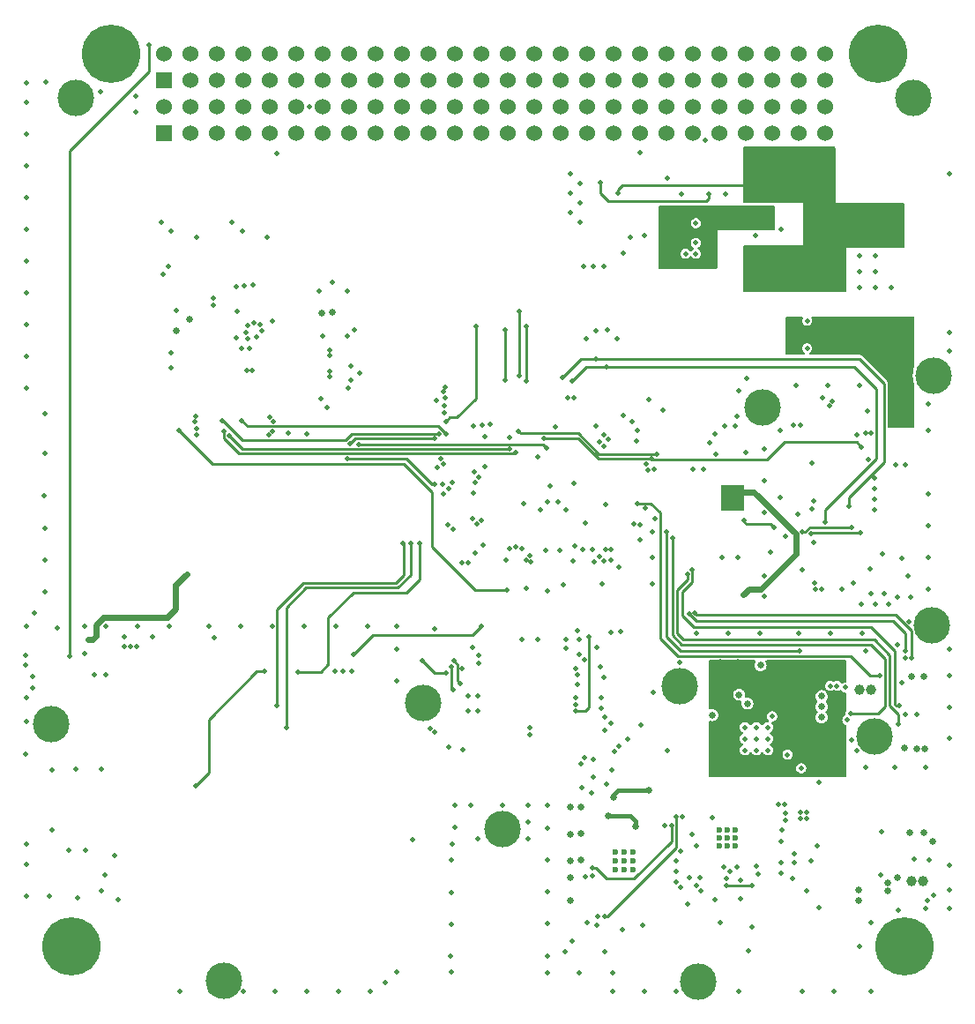
<source format=gbr>
%TF.GenerationSoftware,KiCad,Pcbnew,7.0.5*%
%TF.CreationDate,2024-04-22T16:47:12+03:00*%
%TF.ProjectId,satnogs-comms,7361746e-6f67-4732-9d63-6f6d6d732e6b,rev?*%
%TF.SameCoordinates,PX4eb9cf0PY82ce540*%
%TF.FileFunction,Copper,L3,Inr*%
%TF.FilePolarity,Positive*%
%FSLAX46Y46*%
G04 Gerber Fmt 4.6, Leading zero omitted, Abs format (unit mm)*
G04 Created by KiCad (PCBNEW 7.0.5) date 2024-04-22 16:47:12*
%MOMM*%
%LPD*%
G01*
G04 APERTURE LIST*
%TA.AperFunction,ComponentPad*%
%ADD10R,1.524000X1.524000*%
%TD*%
%TA.AperFunction,ComponentPad*%
%ADD11C,1.524000*%
%TD*%
%TA.AperFunction,ComponentPad*%
%ADD12C,5.600000*%
%TD*%
%TA.AperFunction,HeatsinkPad*%
%ADD13C,0.500000*%
%TD*%
%TA.AperFunction,ComponentPad*%
%ADD14C,0.500000*%
%TD*%
%TA.AperFunction,ComponentPad*%
%ADD15C,0.600000*%
%TD*%
%TA.AperFunction,ComponentPad*%
%ADD16C,3.500000*%
%TD*%
%TA.AperFunction,ComponentPad*%
%ADD17C,1.000000*%
%TD*%
%TA.AperFunction,ViaPad*%
%ADD18C,0.460000*%
%TD*%
%TA.AperFunction,ViaPad*%
%ADD19C,0.660000*%
%TD*%
%TA.AperFunction,Conductor*%
%ADD20C,0.600000*%
%TD*%
%TA.AperFunction,Conductor*%
%ADD21C,0.250000*%
%TD*%
%TA.AperFunction,Conductor*%
%ADD22C,0.450000*%
%TD*%
G04 APERTURE END LIST*
D10*
%TO.N,/CAN_A-*%
%TO.C,J102*%
X13970000Y83185000D03*
D11*
%TO.N,unconnected-(J102-Pin_2-Pad2)*%
X13970000Y85725000D03*
%TO.N,/CAN_A+*%
X16510000Y83185000D03*
%TO.N,unconnected-(J102-Pin_4-Pad4)*%
X16510000Y85725000D03*
%TO.N,unconnected-(J102-Pin_5-Pad5)*%
X19050000Y83185000D03*
%TO.N,unconnected-(J102-Pin_6-Pad6)*%
X19050000Y85725000D03*
%TO.N,unconnected-(J102-Pin_7-Pad7)*%
X21590000Y83185000D03*
%TO.N,unconnected-(J102-Pin_8-Pad8)*%
X21590000Y85725000D03*
%TO.N,unconnected-(J102-Pin_9-Pad9)*%
X24130000Y83185000D03*
%TO.N,unconnected-(J102-Pin_10-Pad10)*%
X24130000Y85725000D03*
%TO.N,unconnected-(J102-Pin_11-Pad11)*%
X26670000Y83185000D03*
%TO.N,unconnected-(J102-Pin_12-Pad12)*%
X26670000Y85725000D03*
%TO.N,unconnected-(J102-Pin_13-Pad13)*%
X29210000Y83185000D03*
%TO.N,unconnected-(J102-Pin_14-Pad14)*%
X29210000Y85725000D03*
%TO.N,unconnected-(J102-Pin_15-Pad15)*%
X31750000Y83185000D03*
%TO.N,unconnected-(J102-Pin_16-Pad16)*%
X31750000Y85725000D03*
%TO.N,unconnected-(J102-Pin_17-Pad17)*%
X34290000Y83185000D03*
%TO.N,unconnected-(J102-Pin_18-Pad18)*%
X34290000Y85725000D03*
%TO.N,unconnected-(J102-Pin_19-Pad19)*%
X36830000Y83185000D03*
%TO.N,unconnected-(J102-Pin_20-Pad20)*%
X36830000Y85725000D03*
%TO.N,unconnected-(J102-Pin_21-Pad21)*%
X39370000Y83185000D03*
%TO.N,unconnected-(J102-Pin_22-Pad22)*%
X39370000Y85725000D03*
%TO.N,unconnected-(J102-Pin_23-Pad23)*%
X41910000Y83185000D03*
%TO.N,unconnected-(J102-Pin_24-Pad24)*%
X41910000Y85725000D03*
%TO.N,unconnected-(J102-Pin_25-Pad25)*%
X44450000Y83185000D03*
%TO.N,unconnected-(J102-Pin_26-Pad26)*%
X44450000Y85725000D03*
%TO.N,unconnected-(J102-Pin_27-Pad27)*%
X46990000Y83185000D03*
%TO.N,unconnected-(J102-Pin_28-Pad28)*%
X46990000Y85725000D03*
%TO.N,unconnected-(J102-Pin_29-Pad29)*%
X49530000Y83185000D03*
%TO.N,unconnected-(J102-Pin_30-Pad30)*%
X49530000Y85725000D03*
%TO.N,unconnected-(J102-Pin_31-Pad31)*%
X52070000Y83185000D03*
%TO.N,unconnected-(J102-Pin_32-Pad32)*%
X52070000Y85725000D03*
%TO.N,unconnected-(J102-Pin_33-Pad33)*%
X54610000Y83185000D03*
%TO.N,unconnected-(J102-Pin_34-Pad34)*%
X54610000Y85725000D03*
%TO.N,unconnected-(J102-Pin_35-Pad35)*%
X57150000Y83185000D03*
%TO.N,unconnected-(J102-Pin_36-Pad36)*%
X57150000Y85725000D03*
%TO.N,unconnected-(J102-Pin_37-Pad37)*%
X59690000Y83185000D03*
%TO.N,unconnected-(J102-Pin_38-Pad38)*%
X59690000Y85725000D03*
%TO.N,unconnected-(J102-Pin_39-Pad39)*%
X62230000Y83185000D03*
%TO.N,unconnected-(J102-Pin_40-Pad40)*%
X62230000Y85725000D03*
%TO.N,/BUS_SDA*%
X64770000Y83185000D03*
%TO.N,unconnected-(J102-Pin_42-Pad42)*%
X64770000Y85725000D03*
%TO.N,/BUS_SCL*%
X67310000Y83185000D03*
%TO.N,unconnected-(J102-Pin_44-Pad44)*%
X67310000Y85725000D03*
%TO.N,unconnected-(J102-Pin_45-Pad45)*%
X69850000Y83185000D03*
%TO.N,unconnected-(J102-Pin_46-Pad46)*%
X69850000Y85725000D03*
%TO.N,unconnected-(J102-Pin_47-Pad47)*%
X72390000Y83185000D03*
%TO.N,unconnected-(J102-Pin_48-Pad48)*%
X72390000Y85725000D03*
%TO.N,unconnected-(J102-Pin_49-Pad49)*%
X74930000Y83185000D03*
%TO.N,unconnected-(J102-Pin_50-Pad50)*%
X74930000Y85725000D03*
%TO.N,unconnected-(J102-Pin_51-Pad51)*%
X77470000Y83185000D03*
%TO.N,unconnected-(J102-Pin_52-Pad52)*%
X77470000Y85725000D03*
%TD*%
D10*
%TO.N,/CAN_B-*%
%TO.C,J103*%
X13970000Y88265000D03*
D11*
%TO.N,unconnected-(J103-Pin_2-Pad2)*%
X13970000Y90805000D03*
%TO.N,/CAN_B+*%
X16510000Y88265000D03*
%TO.N,unconnected-(J103-Pin_4-Pad4)*%
X16510000Y90805000D03*
%TO.N,unconnected-(J103-Pin_5-Pad5)*%
X19050000Y88265000D03*
%TO.N,unconnected-(J103-Pin_6-Pad6)*%
X19050000Y90805000D03*
%TO.N,JTMS-SWDIO*%
X21590000Y88265000D03*
%TO.N,JTCK-SWCLK*%
X21590000Y90805000D03*
%TO.N,MCU_NRSTD*%
X24130000Y88265000D03*
%TO.N,3V3_D*%
X24130000Y90805000D03*
%TO.N,unconnected-(J103-Pin_11-Pad11)*%
X26670000Y88265000D03*
%TO.N,unconnected-(J103-Pin_12-Pad12)*%
X26670000Y90805000D03*
%TO.N,unconnected-(J103-Pin_13-Pad13)*%
X29210000Y88265000D03*
%TO.N,unconnected-(J103-Pin_14-Pad14)*%
X29210000Y90805000D03*
%TO.N,unconnected-(J103-Pin_15-Pad15)*%
X31750000Y88265000D03*
%TO.N,unconnected-(J103-Pin_16-Pad16)*%
X31750000Y90805000D03*
%TO.N,unconnected-(J103-Pin_17-Pad17)*%
X34290000Y88265000D03*
%TO.N,unconnected-(J103-Pin_18-Pad18)*%
X34290000Y90805000D03*
%TO.N,unconnected-(J103-Pin_19-Pad19)*%
X36830000Y88265000D03*
%TO.N,unconnected-(J103-Pin_20-Pad20)*%
X36830000Y90805000D03*
%TO.N,UART_RX*%
X39370000Y88265000D03*
%TO.N,UART_TX*%
X39370000Y90805000D03*
%TO.N,unconnected-(J103-Pin_23-Pad23)*%
X41910000Y88265000D03*
%TO.N,unconnected-(J103-Pin_24-Pad24)*%
X41910000Y90805000D03*
%TO.N,unconnected-(J103-Pin_25-Pad25)*%
X44450000Y88265000D03*
%TO.N,unconnected-(J103-Pin_26-Pad26)*%
X44450000Y90805000D03*
%TO.N,unconnected-(J103-Pin_27-Pad27)*%
X46990000Y88265000D03*
%TO.N,unconnected-(J103-Pin_28-Pad28)*%
X46990000Y90805000D03*
%TO.N,GND*%
X49530000Y88265000D03*
X49530000Y90805000D03*
%TO.N,unconnected-(J103-Pin_31-Pad31)*%
X52070000Y88265000D03*
%TO.N,GND*%
X52070000Y90805000D03*
%TO.N,unconnected-(J103-Pin_33-Pad33)*%
X54610000Y88265000D03*
%TO.N,unconnected-(J103-Pin_34-Pad34)*%
X54610000Y90805000D03*
%TO.N,unconnected-(J103-Pin_35-Pad35)*%
X57150000Y88265000D03*
%TO.N,unconnected-(J103-Pin_36-Pad36)*%
X57150000Y90805000D03*
%TO.N,GNSS_PPS*%
X59690000Y88265000D03*
%TO.N,unconnected-(J103-Pin_38-Pad38)*%
X59690000Y90805000D03*
%TO.N,unconnected-(J103-Pin_39-Pad39)*%
X62230000Y88265000D03*
%TO.N,unconnected-(J103-Pin_40-Pad40)*%
X62230000Y90805000D03*
%TO.N,unconnected-(J103-Pin_41-Pad41)*%
X64770000Y88265000D03*
%TO.N,unconnected-(J103-Pin_42-Pad42)*%
X64770000Y90805000D03*
%TO.N,unconnected-(J103-Pin_43-Pad43)*%
X67310000Y88265000D03*
%TO.N,unconnected-(J103-Pin_44-Pad44)*%
X67310000Y90805000D03*
%TO.N,unconnected-(J103-Pin_45-Pad45)*%
X69850000Y88265000D03*
%TO.N,unconnected-(J103-Pin_46-Pad46)*%
X69850000Y90805000D03*
%TO.N,unconnected-(J103-Pin_47-Pad47)*%
X72390000Y88265000D03*
%TO.N,unconnected-(J103-Pin_48-Pad48)*%
X72390000Y90805000D03*
%TO.N,unconnected-(J103-Pin_49-Pad49)*%
X74930000Y88265000D03*
%TO.N,unconnected-(J103-Pin_50-Pad50)*%
X74930000Y90805000D03*
%TO.N,unconnected-(J103-Pin_51-Pad51)*%
X77470000Y88265000D03*
%TO.N,unconnected-(J103-Pin_52-Pad52)*%
X77470000Y90805000D03*
%TD*%
D12*
%TO.N,AC_GND_1*%
%TO.C,H112*%
X82550000Y90805000D03*
%TD*%
%TO.N,unconnected-(H113-Pad1)*%
%TO.C,H113*%
X85090000Y5080000D03*
%TD*%
%TO.N,AC_GND_2*%
%TO.C,H114*%
X5080000Y5080000D03*
%TD*%
%TO.N,unconnected-(H111-Pad1)*%
%TO.C,H111*%
X8890000Y90805000D03*
%TD*%
D13*
%TO.N,GND*%
%TO.C,U1018*%
X75687600Y17390700D03*
X75687600Y17940700D03*
X75137600Y17390700D03*
X75137600Y17940700D03*
%TD*%
D14*
%TO.N,GND*%
%TO.C,U1006*%
X69784700Y26127700D03*
X69784700Y25027700D03*
X69784700Y23927700D03*
X70884700Y26127700D03*
X70884700Y25027700D03*
X70884700Y23927700D03*
X71984700Y26127700D03*
X71984700Y25027700D03*
X71984700Y23927700D03*
%TD*%
D15*
%TO.N,GND*%
%TO.C,U1002*%
X57299800Y12488500D03*
X58149800Y12488500D03*
X58999800Y12488500D03*
X57299800Y13338500D03*
X58149800Y13338500D03*
X58999800Y13338500D03*
X57299800Y14188500D03*
X58149800Y14188500D03*
X58999800Y14188500D03*
%TD*%
%TO.N,GND*%
%TO.C,U1001*%
X67296600Y16244000D03*
X67296600Y15494000D03*
X67296600Y14744000D03*
X68046600Y16244000D03*
X68046600Y15494000D03*
X68046600Y14744000D03*
X68796600Y16244000D03*
X68796600Y15494000D03*
X68796600Y14744000D03*
%TD*%
D16*
%TO.N,GND*%
%TO.C,J104*%
X87884000Y59880000D03*
X87757000Y35877000D03*
X85953000Y86512000D03*
X82245000Y25222000D03*
X71437000Y56832000D03*
X65250000Y1730000D03*
X63500000Y30099000D03*
X46482000Y16383000D03*
X38862000Y28448000D03*
X19750000Y1750000D03*
X5486000Y86512000D03*
X3175000Y26416000D03*
%TD*%
D14*
%TO.N,GND*%
%TO.C,U508*%
X86300400Y27355800D03*
X85200400Y27355800D03*
%TD*%
D17*
%TO.N,GND*%
%TO.C,U1017*%
X85804200Y11377600D03*
X86871000Y11377600D03*
%TD*%
%TO.N,GND*%
%TO.C,U1016*%
X80797600Y29710100D03*
X81864400Y29710100D03*
%TD*%
D18*
%TO.N,3V3_D*%
X69200000Y47410000D03*
%TO.N,GNSS_PPS*%
X4900000Y32935000D03*
%TO.N,GND*%
X21450000Y62510000D03*
%TO.N,Net-(Q401-D)*%
X20925000Y63485000D03*
%TO.N,GND*%
X685800Y32131000D03*
X1346200Y29895800D03*
X56210200Y70358000D03*
X75184000Y22199600D03*
D19*
X85090000Y24139400D03*
D18*
X10795000Y33883600D03*
X76708000Y14706600D03*
X73253600Y15163800D03*
X73250000Y12085000D03*
D19*
X77130000Y28110000D03*
X71260000Y32061900D03*
X77140000Y29100000D03*
D18*
X73858700Y23499100D03*
D19*
X87833200Y15147220D03*
X86944200Y15985420D03*
D18*
X55194200Y23063200D03*
X55192080Y21384680D03*
X54051200Y22606000D03*
X54146200Y20334600D03*
X49130000Y26060000D03*
X55905400Y31902400D03*
X56007000Y28956000D03*
X43180000Y27711400D03*
X43167300Y29108400D03*
X48360900Y34542973D03*
X56259990Y30910000D03*
X52552600Y34544000D03*
X49130000Y25440000D03*
X53695600Y31208600D03*
X52552600Y33680400D03*
X59944000Y7112000D03*
D19*
X52969300Y13332600D03*
X53035200Y15862300D03*
X53009800Y9474200D03*
X54030880Y15951200D03*
D18*
X76873100Y20828000D03*
X77978000Y30099000D03*
X78613000Y30099000D03*
X79451200Y29946600D03*
X63576200Y10744200D03*
X69845500Y52478619D03*
X81661000Y51866800D03*
X84277200Y51308000D03*
X85166200Y51308000D03*
X82245200Y50038000D03*
X82245200Y48006000D03*
X82245200Y49022000D03*
X82230000Y47010000D03*
X76200000Y51498500D03*
X33800000Y750000D03*
X87122000Y22250400D03*
X27432000Y35814000D03*
X6324600Y33172400D03*
X36322000Y35814000D03*
X65805400Y50893200D03*
X71196200Y35128200D03*
X73253600Y13106400D03*
X76200000Y47117000D03*
X74498200Y13970000D03*
X18750000Y67310000D03*
X23350000Y64160000D03*
X78350000Y750000D03*
X27940000Y85725000D03*
D19*
X77127100Y27089100D03*
D18*
X15500000Y750000D03*
X5486400Y22072600D03*
X85168546Y32742946D03*
X69200000Y800000D03*
X30750000Y750000D03*
X69951600Y59613800D03*
X52298600Y39827200D03*
X63150000Y800000D03*
X71628000Y40640000D03*
X41900000Y16500000D03*
X63195200Y13271500D03*
X18500000Y750000D03*
X81850000Y7400000D03*
X31160000Y31525000D03*
D19*
X69215200Y29260800D03*
D18*
X41000000Y57785000D03*
X81525000Y56475000D03*
X42614014Y31719536D03*
X29600000Y56785000D03*
X736600Y35814000D03*
X60100000Y800000D03*
X57674581Y24342019D03*
X21600000Y750000D03*
X89433400Y33604200D03*
X65963800Y82448400D03*
X7975600Y10464800D03*
X87858600Y10016420D03*
X73152000Y54610000D03*
X56870600Y26492200D03*
X50800000Y16400000D03*
X50800000Y10300000D03*
X7950200Y22072600D03*
X80500000Y54225000D03*
X14651000Y62037800D03*
X48793400Y39433300D03*
X51079400Y49301400D03*
X48900000Y15400000D03*
X1524000Y37084000D03*
X2534603Y45237400D03*
X81381600Y22250400D03*
X27700000Y750000D03*
X56942303Y22034790D03*
X762000Y67818000D03*
X84500000Y8600000D03*
X56870600Y42189400D03*
X39950000Y35550000D03*
X80772000Y58928000D03*
X22475000Y60410000D03*
X47726600Y43484800D03*
X7874000Y87122000D03*
X756603Y80010000D03*
X60096400Y73329800D03*
X56498334Y20677623D03*
X750000Y14950000D03*
X21875000Y64010000D03*
X72948800Y18694400D03*
X68800000Y55045500D03*
X2514600Y56210200D03*
X30145000Y68808600D03*
X55219600Y70332600D03*
X76403200Y43840400D03*
X80772000Y71374000D03*
D19*
X69989900Y28409900D03*
D18*
X800000Y9900000D03*
X74396600Y55118000D03*
X56413400Y47498000D03*
X41550000Y2650000D03*
X31623000Y67956000D03*
X762000Y83032600D03*
X57050000Y800000D03*
X70840600Y12801600D03*
X71628000Y38684200D03*
X11252200Y85191600D03*
X68148200Y35128200D03*
X41550000Y7200000D03*
X53850000Y2550000D03*
X50800000Y4200000D03*
X11430000Y35814000D03*
X41550000Y10250000D03*
X77724000Y58928000D03*
X50800000Y7250000D03*
X24790400Y81229200D03*
X89408000Y62230000D03*
X80772000Y68326000D03*
X44526200Y55143400D03*
X762000Y86080600D03*
X53289200Y42113200D03*
X87376000Y45466000D03*
X63779400Y17576800D03*
X80772000Y69850000D03*
X57050000Y2550000D03*
X87376000Y54610000D03*
X63500000Y32385000D03*
X89400000Y8750000D03*
X2950000Y9950000D03*
X21700000Y68498000D03*
X74676000Y58928000D03*
X47200000Y53935000D03*
X2641600Y88036400D03*
X762000Y73914000D03*
X43450000Y18600000D03*
X44224100Y33070800D03*
X63195200Y12255500D03*
D19*
X80721200Y10490200D03*
D18*
X41900000Y18600000D03*
X63576200Y14198600D03*
X24384000Y35814000D03*
X35200000Y1650000D03*
X44100000Y15400000D03*
X2463800Y48387000D03*
X79603600Y26822400D03*
X11252200Y86741000D03*
X61061600Y50901600D03*
X18288000Y35814000D03*
X72212200Y42951400D03*
X73691288Y44418712D03*
X22550000Y68585000D03*
X28879800Y67970400D03*
X62280800Y23926800D03*
X41650000Y14950000D03*
X48550000Y47560000D03*
X64058800Y71577200D03*
X53695600Y35382200D03*
X65100200Y35128200D03*
X64465200Y11684000D03*
X87100000Y8700000D03*
X6477000Y14312250D03*
X70425000Y6950000D03*
X82905600Y16078200D03*
X5650000Y9750000D03*
X52552600Y46990000D03*
X29050000Y57660000D03*
X36322000Y30607000D03*
X40767000Y49453800D03*
X83007200Y42748200D03*
X48900000Y17000000D03*
X70810000Y73340000D03*
X36350000Y2650000D03*
X756603Y64795400D03*
X89400000Y12850000D03*
X50800000Y18600000D03*
X89408000Y64008000D03*
X54406800Y45745400D03*
X2534603Y42189400D03*
X22050000Y64710000D03*
X55473600Y55016400D03*
X66929000Y9601200D03*
X89408000Y79248000D03*
X18725000Y66660000D03*
X4851400Y14312250D03*
X74876353Y46536353D03*
X40800000Y58335000D03*
X69011800Y12700000D03*
X14651000Y60615400D03*
X44485624Y45951300D03*
X33528000Y35814000D03*
X14422400Y70343600D03*
X9601200Y9550400D03*
D19*
X66624200Y27305000D03*
D18*
X1346200Y31038800D03*
X89396835Y25044400D03*
X762000Y70866000D03*
X58013600Y6680200D03*
X13889000Y69607000D03*
X17094200Y73126600D03*
X40150000Y57460000D03*
X762000Y87960200D03*
X67868800Y77292200D03*
X65049400Y74523600D03*
X87376000Y48514000D03*
X76510300Y39370000D03*
X80750000Y5100000D03*
D19*
X85623400Y15985420D03*
D18*
X43865800Y42849800D03*
X70075000Y4625000D03*
X762000Y28956000D03*
X58064400Y71653400D03*
X3225800Y16281400D03*
X82296000Y69850000D03*
X23845800Y73126600D03*
X20925000Y68410000D03*
X59410600Y54584600D03*
X40200000Y51025900D03*
X21336000Y35814000D03*
X3708400Y35671760D03*
X40900000Y56310000D03*
X55626000Y8001000D03*
X56896000Y35272951D03*
X8382000Y35814000D03*
X62103000Y16687800D03*
X3251200Y22047200D03*
X36322000Y33655000D03*
X65561710Y10418047D03*
X51790600Y47752000D03*
X75742800Y62509400D03*
X41000000Y58810000D03*
X61899800Y56591200D03*
X63195200Y11239500D03*
X62306200Y78867000D03*
X71628000Y49784000D03*
X72390000Y27178000D03*
X32232600Y64312800D03*
X736600Y26720800D03*
X22875000Y63635000D03*
X53314600Y49507300D03*
X87376000Y42418000D03*
X50800000Y13350000D03*
X762000Y76962000D03*
X89408000Y28067000D03*
X71628000Y52832000D03*
X59757381Y26381781D03*
X6350000Y35814000D03*
X55803800Y53517800D03*
X41224200Y45593000D03*
X32000000Y31505000D03*
X87376000Y39370000D03*
X54254400Y70358000D03*
X48900000Y18600000D03*
X750000Y12950000D03*
X83820000Y68326000D03*
X18830000Y34730000D03*
X87376000Y57150000D03*
X65049400Y71577200D03*
X76123800Y13335000D03*
X81355497Y33443051D03*
X41550000Y13350000D03*
X82296000Y68326000D03*
X77952600Y35128200D03*
X762000Y58674000D03*
X60528200Y57607200D03*
X24650000Y750000D03*
X84124800Y22250400D03*
X2540000Y39116000D03*
X44775000Y54060000D03*
X87299800Y9508420D03*
X49875000Y52085000D03*
X2514600Y52451000D03*
X9194800Y13792200D03*
X74904600Y35128200D03*
X66364900Y53469400D03*
X52019200Y43103800D03*
X84810600Y30378400D03*
X44602400Y43611800D03*
X60988100Y29438600D03*
D19*
X15133600Y64222200D03*
D18*
X21892500Y60410000D03*
X55825130Y42549547D03*
X8305800Y11938000D03*
X40875000Y56960000D03*
X81000600Y35128200D03*
X81900000Y800000D03*
X15133600Y66152600D03*
X75692000Y10439400D03*
X41500000Y4150000D03*
D19*
X84404200Y11667420D03*
D18*
X30480000Y35814000D03*
X55559900Y7162800D03*
X756603Y61747400D03*
X46500000Y18600000D03*
X57658000Y41478200D03*
X89400000Y10550000D03*
X52527200Y4546600D03*
X59715400Y81330800D03*
X44750000Y51185000D03*
X59690000Y45578500D03*
X77875000Y56950000D03*
X14478000Y35814000D03*
X22625000Y64935000D03*
X85547200Y36271200D03*
D19*
X16400000Y65261800D03*
D18*
X75300000Y750000D03*
X82296000Y71374000D03*
X69354700Y9639300D03*
X71628000Y46736000D03*
X56212900Y54229000D03*
X30400000Y31535000D03*
X89408000Y31115000D03*
X65049400Y72618600D03*
X7315200Y31140400D03*
X54457600Y11811000D03*
X43891200Y49631600D03*
X685800Y32994600D03*
X50800000Y2550000D03*
X31542000Y63638000D03*
X711200Y23571200D03*
X37871400Y15367000D03*
%TO.N,VIN*%
X80772000Y74168000D03*
X76354502Y47860000D03*
X80772000Y72644000D03*
X83820000Y75692000D03*
X82296000Y74168000D03*
X70030000Y70360000D03*
X70764400Y78435200D03*
X70815200Y71628000D03*
X69951600Y77622400D03*
X80772000Y75692000D03*
X57581800Y77393800D03*
X82296000Y72644000D03*
X69951600Y79248000D03*
X77190600Y57734200D03*
X70739000Y76835000D03*
X70820000Y70850000D03*
X70764400Y80060800D03*
X82296000Y75692000D03*
X69951600Y80873600D03*
X70815200Y70002400D03*
X70010000Y71250000D03*
D19*
%TO.N,3V3_RF*%
X85801200Y30962600D03*
D18*
X39937500Y25622500D03*
X73650000Y17170000D03*
X41320000Y24240000D03*
X42650000Y24010000D03*
X69354700Y11468100D03*
X54360000Y23200000D03*
X39525000Y26035000D03*
X54580000Y7380000D03*
X55580000Y33770000D03*
X57863611Y35280000D03*
X74350000Y11570000D03*
X67957700Y11645900D03*
D19*
X86956900Y30962600D03*
D18*
X55930000Y27990000D03*
%TO.N,/CAN/CAN1_RX*%
X40550000Y51935400D03*
%TO.N,Net-(Q401-D)*%
X29884400Y59782200D03*
X24425000Y54510000D03*
X16975000Y55435000D03*
X17075000Y54185000D03*
X24400000Y65160000D03*
X22225000Y62485000D03*
X29884400Y60290200D03*
X17100000Y54810000D03*
D19*
X29125000Y65860000D03*
D18*
X29884400Y62322200D03*
X24125000Y55910000D03*
X27650000Y54260000D03*
X23200000Y64810000D03*
X22025000Y63460000D03*
D19*
X30145000Y65974800D03*
D18*
X29885339Y61814200D03*
X24500000Y55464500D03*
X24075000Y54160000D03*
X29205200Y63638000D03*
X21025000Y66010000D03*
X17025000Y56010000D03*
X25875000Y54385000D03*
%TO.N,/CAN/CAN2_RX*%
X41300400Y48996600D03*
%TO.N,/CAN/CAN2_TX*%
X40820500Y48539400D03*
%TO.N,Net-(U1-VDDA)*%
X55150000Y43160000D03*
%TO.N,/MCU/GNSS_RSTN*%
X38525000Y43810000D03*
X23650000Y31485000D03*
X26850000Y31460000D03*
X17010000Y20520000D03*
%TO.N,/MCU/GNSS_UART_TX*%
X25750000Y26060000D03*
X37650000Y43760000D03*
%TO.N,/MCU/GNSS_UART_RX*%
X24850000Y28235000D03*
X36950000Y43785000D03*
%TO.N,Net-(U509-IN+2)*%
X75247500Y41275000D03*
X78125217Y57450435D03*
X84836000Y42341800D03*
X81762600Y41294900D03*
X73152000Y48196500D03*
%TO.N,3V3_D*%
X55854600Y78409800D03*
X55500000Y64210000D03*
X74650600Y43992800D03*
X64770000Y50901600D03*
X42595800Y41935400D03*
X60900000Y44900000D03*
X53035200Y77419200D03*
X58928000Y55473600D03*
X20497800Y74574400D03*
X46800000Y42180000D03*
X6654800Y34594800D03*
X16154400Y40843200D03*
X84455000Y34036000D03*
X31891000Y59426600D03*
X53035200Y79298800D03*
X32729200Y60112400D03*
X67950000Y48910000D03*
X67800000Y55045500D03*
X66294000Y77292200D03*
X43725000Y55085000D03*
X53974999Y76479400D03*
X21509000Y73772600D03*
X77139800Y39370000D03*
X14651000Y73772600D03*
X53975000Y78359000D03*
X49120915Y42554415D03*
X43210770Y41946083D03*
X57525000Y63460000D03*
X56896000Y43154600D03*
X31699200Y58699400D03*
X50825400Y47752000D03*
X69625000Y38885000D03*
X49235473Y41976831D03*
X58089800Y56032400D03*
X67950000Y47410000D03*
X54525000Y63435000D03*
X31891000Y60798200D03*
X69200000Y48910000D03*
X56600000Y64235000D03*
X56362600Y43154600D03*
X85394800Y40665400D03*
X13741400Y74560000D03*
X53035199Y75539600D03*
X50139600Y46990000D03*
X53973967Y74599800D03*
X48746500Y42180000D03*
%TO.N,5V_RF_U*%
X80924400Y37947600D03*
X82321400Y37947600D03*
X83108800Y38938200D03*
X81915000Y38938200D03*
D19*
X87071200Y24079200D03*
X86309200Y24079200D03*
D18*
X83566000Y37947600D03*
X80213200Y39979600D03*
%TO.N,5V_RF_S*%
X76454004Y40005000D03*
%TO.N,Net-(U602-AVDD0)*%
X53543200Y28270200D03*
%TO.N,Net-(C419-Pad2)*%
X59359800Y53644800D03*
%TO.N,/Main PSU/GATE*%
X73202800Y73964800D03*
%TO.N,/MCU/AVDD*%
X54150000Y43160000D03*
%TO.N,/MCU/RCC_OSC32_IN*%
X47167800Y43281600D03*
%TO.N,/MCU/RCC_OSC32_OUT*%
X48310800Y43281600D03*
%TO.N,/BUS_SDA*%
X56667400Y53797200D03*
%TO.N,/BUS_SCL*%
X56235600Y53111400D03*
%TO.N,Net-(D501-K)*%
X63655300Y77344100D03*
%TO.N,/MCU/P5V_RF_EN*%
X60299600Y51437700D03*
%TO.N,/MCU/RF_RST*%
X54813200Y34823400D03*
X53517800Y27695897D03*
%TO.N,/MCU/EN_AGC_UHF*%
X60223400Y47142400D03*
X70485000Y10947400D03*
X67964890Y10937581D03*
%TO.N,/MCU/AGC_TEMP_UHF*%
X73304400Y16230600D03*
X61163200Y46126400D03*
%TO.N,/MCU/GAIN_SET_UHF*%
X59131200Y45618400D03*
X56311800Y8001000D03*
X63195200Y17564100D03*
%TO.N,/MCU/FLAGB_RX_UHF*%
X79984600Y24942800D03*
X82804000Y11917420D03*
X64398400Y36998400D03*
X85140800Y33426400D03*
%TO.N,/MCU/FLAGB_TX_UHF*%
X79908400Y27432000D03*
X62814200Y44272200D03*
%TO.N,/MCU/RF_SPI_SCL*%
X38750000Y32560000D03*
X41071800Y31369000D03*
%TO.N,Net-(U1-BOOT0)*%
X44018200Y45643800D03*
%TO.N,Net-(C420-Pad2)*%
X45288200Y55219600D03*
%TO.N,/RF/SW_EN_UHF*%
X73660000Y17856200D03*
X56311800Y27127200D03*
X58547000Y24993600D03*
%TO.N,/RF/SW_CTL_UHF*%
X57277000Y23825200D03*
X73609200Y18694400D03*
X55041800Y19786600D03*
%TO.N,/MCU/VSET_AGC_UHF*%
X59690000Y44119800D03*
%TO.N,/MCU/P5V_RF_PG*%
X84518500Y26455400D03*
X50500000Y53835000D03*
X80975200Y53009800D03*
X60833000Y51892200D03*
X64233900Y40829962D03*
%TO.N,/MCU/EN_RX_UHF*%
X80518000Y23850600D03*
X64941247Y37133900D03*
X85728043Y32740474D03*
X87426800Y13411200D03*
%TO.N,/MCU/MMC_RST*%
X46900000Y39260000D03*
X15450000Y54585000D03*
%TO.N,/MCU/MONITOR_PG*%
X69000000Y55954500D03*
X84455000Y38608000D03*
X53350000Y57725000D03*
%TO.N,/MCU/MONITOR_TC*%
X79095600Y39370000D03*
X69175000Y58460000D03*
X85675000Y38600000D03*
X52775000Y57725000D03*
%TO.N,/MCU/MONITOR_CRITICAL*%
X76125000Y44725000D03*
X80900000Y44800000D03*
X56023916Y39868176D03*
%TO.N,/MCU/ALERT_T_PA_U*%
X75031600Y33426400D03*
X62230000Y44907200D03*
%TO.N,/MCU/ALERT_T_PA_S*%
X11353926Y33909006D03*
X12903200Y34798000D03*
X51575094Y54964500D03*
%TO.N,/MCU/ALERT_T_PCB*%
X60452000Y50850800D03*
%TO.N,/MCU/MONITOR_WARNING*%
X75301288Y44873712D03*
X80000000Y45325000D03*
X56246306Y42108605D03*
%TO.N,/RF/uhf-frontend/5V_RX_U*%
X65443100Y11684000D03*
X71043800Y12065000D03*
D19*
X53009800Y11709400D03*
X53027580Y18465800D03*
X54002800Y13385780D03*
D18*
X64262000Y9144000D03*
X64719200Y15875000D03*
D19*
X83515200Y10439400D03*
X83515200Y11176000D03*
X80721200Y9525000D03*
X54018180Y18465800D03*
%TO.N,/RF/uhf-frontend/5V_TX_U*%
X70218600Y32049200D03*
D18*
X76377800Y30378400D03*
X77241400Y30403800D03*
X75523081Y30389981D03*
D19*
X78270100Y28333700D03*
X78257400Y27432000D03*
X78986903Y27432000D03*
D18*
X72560000Y31330000D03*
D19*
X69062800Y32334200D03*
X69532800Y31325300D03*
X78282800Y26543000D03*
D18*
X72560000Y32160000D03*
D19*
X67411800Y32334200D03*
D18*
%TO.N,/RF/uhf-frontend/GAIN_SET*%
X65100200Y10922000D03*
X53187600Y5562600D03*
X56324500Y4559300D03*
X55092600Y11887200D03*
%TO.N,/RF/3.3V_AT*%
X54356000Y32639000D03*
X44145200Y29108400D03*
X53543200Y28981400D03*
X44145200Y27711400D03*
X53873400Y33121600D03*
X44170600Y32258000D03*
X49860400Y34544069D03*
X53543200Y31775400D03*
X53873400Y34518600D03*
%TO.N,Net-(U602-DVDD)*%
X43586400Y33832800D03*
%TO.N,GNSS_PPS*%
X12500000Y91585000D03*
X32187500Y33097500D03*
X44450000Y35810000D03*
%TO.N,JTMS-SWDIO*%
X46725000Y64285000D03*
X46700000Y59460000D03*
%TO.N,JTCK-SWCLK*%
X43925000Y64585000D03*
X41075000Y55498469D03*
%TO.N,MCU_NRSTD*%
X50800000Y39235000D03*
%TO.N,UART_RX*%
X48775000Y64635000D03*
X48775000Y59385000D03*
%TO.N,UART_TX*%
X48100000Y66010000D03*
X48100000Y59830500D03*
%TO.N,Net-(U602-XTAL2)*%
X53695600Y30251400D03*
%TO.N,Net-(U1017-PGOOD)*%
X85987200Y13432720D03*
%TO.N,/MCU/I2C4_SCL*%
X56475000Y60710000D03*
X77465647Y45850647D03*
X53200000Y59360000D03*
%TO.N,Net-(U3-EN{slash}SYNC)*%
X75102500Y55160000D03*
%TO.N,/MCU/I2C4_SDA*%
X79724977Y47307151D03*
X55425000Y61510000D03*
X52225000Y59735000D03*
%TO.N,Net-(U1001-ENBL)*%
X66675000Y17449800D03*
%TO.N,Net-(U1001-VOUT)*%
X67411604Y7340600D03*
X67729100Y12712700D03*
%TO.N,Net-(U1013-Shut_Down)*%
X76860400Y8839200D03*
%TO.N,/MCU/RF_SPI_MOSI*%
X41808400Y32486600D03*
X42450000Y30300900D03*
D19*
%TO.N,/RF/uhf-frontend/RX09P*%
X57175400Y19431000D03*
X60502800Y20039600D03*
%TO.N,/RF/uhf-frontend/RX09_VGA_OPN*%
X59232800Y16637000D03*
X56642000Y17627600D03*
D18*
%TO.N,Net-(RN603-R1.1)*%
X56311800Y25831800D03*
%TO.N,/MCU/RF_SPI_MISO*%
X41783000Y29768800D03*
X41554400Y31902400D03*
%TO.N,/MCU/EN_AMP_RX_UHF*%
X55104200Y12588500D03*
X74494900Y13169900D03*
X62738000Y16687800D03*
X55295800Y42037000D03*
%TO.N,/MCU/MCU_MMC_CK*%
X39950000Y53835000D03*
X31850000Y53360000D03*
%TO.N,/MCU/MCU_MMC_CMD*%
X39950000Y49451100D03*
X31600000Y51910000D03*
%TO.N,/MCU/MCU_MMC_D3*%
X19600000Y55560000D03*
X40391515Y54239469D03*
%TO.N,/MCU/MCU_MMC_D2*%
X21438000Y55585000D03*
X41039734Y54239469D03*
%TO.N,/MCU/MCU_MMC_D1*%
X20225000Y54110000D03*
X47149235Y52844900D03*
%TO.N,/MCU/MCU_MMC_D0*%
X47775000Y52510000D03*
X19725000Y54535000D03*
%TO.N,Net-(Q2-S1)*%
X61850000Y70332600D03*
X61823600Y71272400D03*
X69088000Y75565000D03*
X70002400Y75031600D03*
X71018400Y75565000D03*
X69088000Y74472800D03*
X58775600Y73177400D03*
X63115500Y74828300D03*
X71018400Y74472800D03*
X62941200Y71272400D03*
%TO.N,/MCU/EN_PA_UHF*%
X59461400Y47625000D03*
X82701268Y31089600D03*
%TO.N,/MCU/P3V3_RF_PG*%
X84556600Y28232100D03*
X48050000Y54510000D03*
X61341000Y52374800D03*
X64653538Y41273000D03*
%TO.N,/MCU/TCXO_EN*%
X53390800Y43535600D03*
%TO.N,/MCU/TCXO_OUT*%
X50596800Y43103800D03*
%TO.N,/MCU/MMC_EN*%
X32700000Y53289500D03*
X50700000Y52960000D03*
%TO.N,/MCU/I2C1_SDA*%
X66950000Y52346700D03*
X66900000Y54300000D03*
X67564000Y42443400D03*
X43586400Y46151800D03*
X60906600Y42443400D03*
%TO.N,/MCU/I2C1_SCL*%
X8343900Y31127700D03*
X69088000Y42443400D03*
X41706800Y45135800D03*
X69697600Y46024800D03*
X10134600Y34818017D03*
X10134600Y33883600D03*
X60900000Y39900000D03*
X72525000Y45285000D03*
%TO.N,/Main PSU/S2mos*%
X81381600Y54356000D03*
X85547200Y56070500D03*
X74847387Y63982600D03*
X81889600Y54356000D03*
X74853800Y62585600D03*
X83705700Y56070500D03*
X84658200Y55372000D03*
X73983787Y63195200D03*
X84658200Y56718200D03*
X73990200Y64770000D03*
%TO.N,/Main PSU/G2mos*%
X75742800Y65151000D03*
%TO.N,Net-(U1001-VSET)*%
X68351400Y12319000D03*
%TO.N,/CAN/CAN1_FAULT*%
X43738800Y50647600D03*
%TO.N,/CAN/CAN2_FAULT*%
X41681400Y49644308D03*
%TO.N,/CAN/CAN1_S*%
X44224100Y50139600D03*
%TO.N,/CAN/CAN2_S*%
X43662600Y48641000D03*
%TO.N,Net-(C1011-Pad2)*%
X65143500Y14732000D03*
%TO.N,/CAN/CAN1_TX*%
X40800000Y51385000D03*
%TD*%
D20*
%TO.N,3V3_D*%
X69425000Y48685000D02*
X69850000Y48685000D01*
X69200000Y48910000D02*
X69425000Y48685000D01*
D21*
%TO.N,GNSS_PPS*%
X34050000Y34960000D02*
X32187500Y33097500D01*
X43600000Y34960000D02*
X34050000Y34960000D01*
X44450000Y35810000D02*
X43600000Y34960000D01*
%TO.N,/MCU/GNSS_RSTN*%
X38525000Y40335000D02*
X38525000Y43810000D01*
X37250000Y39060000D02*
X38525000Y40335000D01*
X32150000Y39060000D02*
X37250000Y39060000D01*
X29750000Y32160000D02*
X29750000Y36660000D01*
X29750000Y36660000D02*
X32150000Y39060000D01*
X29050000Y31460000D02*
X29750000Y32160000D01*
X26850000Y31460000D02*
X29050000Y31460000D01*
%TO.N,JTCK-SWCLK*%
X41436531Y55860000D02*
X41075000Y55498469D01*
X42100000Y55860000D02*
X41436531Y55860000D01*
X43925000Y57685000D02*
X42100000Y55860000D01*
X43925000Y64585000D02*
X43925000Y57685000D01*
%TO.N,JTMS-SWDIO*%
X46725000Y59485000D02*
X46700000Y59460000D01*
X46725000Y64285000D02*
X46725000Y59485000D01*
%TO.N,UART_RX*%
X48775000Y64635000D02*
X48775000Y59385000D01*
%TO.N,UART_TX*%
X48100000Y66010000D02*
X48100000Y59830500D01*
%TO.N,GNSS_PPS*%
X12500000Y91585000D02*
X12500000Y89060000D01*
X4900000Y81460000D02*
X4900000Y32912132D01*
X12500000Y89060000D02*
X4900000Y81460000D01*
%TO.N,VIN*%
X69951600Y77901800D02*
X69672200Y78181200D01*
X69951600Y77622400D02*
X69951600Y77901800D01*
X57581800Y77749400D02*
X57581800Y77393800D01*
X69672200Y78181200D02*
X58013600Y78181200D01*
X58013600Y78181200D02*
X57581800Y77749400D01*
%TO.N,/MCU/GNSS_RSTN*%
X18250000Y26860000D02*
X22875000Y31485000D01*
X18250000Y21760000D02*
X18250000Y26860000D01*
X17010000Y20520000D02*
X18250000Y21760000D01*
X22875000Y31485000D02*
X23650000Y31485000D01*
%TO.N,/MCU/GNSS_UART_TX*%
X37650000Y40735000D02*
X36425000Y39510000D01*
X37650000Y43760000D02*
X37650000Y40735000D01*
X36425000Y39510000D02*
X27625000Y39510000D01*
X27625000Y39510000D02*
X25750000Y37635000D01*
X25750000Y37635000D02*
X25750000Y26060000D01*
%TO.N,/MCU/GNSS_UART_RX*%
X36975000Y43760000D02*
X36975000Y40735000D01*
X27375000Y39985000D02*
X24850000Y37460000D01*
X36975000Y40735000D02*
X36225000Y39985000D01*
X36225000Y39985000D02*
X27375000Y39985000D01*
X24850000Y37460000D02*
X24850000Y28235000D01*
X36950000Y43785000D02*
X36975000Y43760000D01*
D20*
%TO.N,3V3_D*%
X15113000Y39801800D02*
X16154400Y40843200D01*
D21*
X66040000Y76631800D02*
X56642000Y76631800D01*
D20*
X13665200Y36652200D02*
X8128000Y36652200D01*
X74650600Y43992800D02*
X74650600Y42772336D01*
X13665200Y36652200D02*
X14274800Y36652200D01*
X74650600Y42772336D02*
X71288264Y39410000D01*
D21*
X55854600Y77419200D02*
X55854600Y78409800D01*
X66294000Y77292200D02*
X66294000Y76885800D01*
D20*
X7416800Y34925000D02*
X7086600Y34594800D01*
X14274800Y36652200D02*
X15113000Y37490400D01*
X70650000Y48685000D02*
X69850000Y48685000D01*
X15113000Y37490400D02*
X15113000Y39801800D01*
X70150000Y39410000D02*
X69625000Y38885000D01*
X8128000Y36652200D02*
X7416800Y35941000D01*
X71288264Y39410000D02*
X70150000Y39410000D01*
X74650600Y43992800D02*
X74650600Y44684400D01*
X7086600Y34594800D02*
X6654800Y34594800D01*
D21*
X66294000Y76885800D02*
X66040000Y76631800D01*
D20*
X74650600Y44684400D02*
X70650000Y48685000D01*
X7416800Y35941000D02*
X7416800Y34925000D01*
D21*
X56642000Y76631800D02*
X55854600Y77419200D01*
%TO.N,/MCU/RF_RST*%
X54813200Y28067000D02*
X54442097Y27695897D01*
X54442097Y27695897D02*
X53517800Y27695897D01*
X54813200Y34823400D02*
X54813200Y28067000D01*
%TO.N,/MCU/EN_AGC_UHF*%
X70473800Y10936200D02*
X67984600Y10936200D01*
X70485000Y10947400D02*
X70473800Y10936200D01*
%TO.N,/MCU/GAIN_SET_UHF*%
X56594402Y8001000D02*
X63195200Y14601798D01*
X56311800Y8001000D02*
X56594402Y8001000D01*
X63195200Y14601798D02*
X63195200Y17564100D01*
%TO.N,/MCU/FLAGB_RX_UHF*%
X65074800Y36322000D02*
X83972400Y36322000D01*
X85140800Y35153600D02*
X85140800Y33426400D01*
X83972400Y36322000D02*
X85140800Y35153600D01*
X64398400Y36998400D02*
X65074800Y36322000D01*
%TO.N,/MCU/FLAGB_TX_UHF*%
X62788800Y34975800D02*
X63704600Y34060000D01*
X63704600Y34060000D02*
X81850000Y34060000D01*
X83197700Y32712300D02*
X83197700Y28117800D01*
X62814200Y44272200D02*
X62788800Y44246800D01*
X82511900Y27432000D02*
X79908400Y27432000D01*
X81850000Y34060000D02*
X83197700Y32712300D01*
X62788800Y44246800D02*
X62788800Y34975800D01*
X83197700Y28117800D02*
X82511900Y27432000D01*
%TO.N,/MCU/RF_SPI_SCL*%
X39941000Y31369000D02*
X41071800Y31369000D01*
X38750000Y32560000D02*
X39941000Y31369000D01*
%TO.N,/MCU/P5V_RF_PG*%
X63220600Y39293800D02*
X63220600Y35179000D01*
X63220600Y35179000D02*
X63839600Y34560000D01*
X71875000Y51835000D02*
X60890200Y51835000D01*
X80975200Y53009800D02*
X80485000Y53500000D01*
X64233900Y40829962D02*
X64233900Y40307100D01*
X64233900Y40307100D02*
X63220600Y39293800D01*
X53773104Y53835000D02*
X55715904Y51892200D01*
X73540000Y53500000D02*
X71875000Y51835000D01*
X82176100Y34560000D02*
X83693000Y33043100D01*
X50500000Y53835000D02*
X53773104Y53835000D01*
X80485000Y53500000D02*
X73540000Y53500000D01*
X84518500Y27343100D02*
X84518500Y26455400D01*
X63839600Y34560000D02*
X82176100Y34560000D01*
X83693000Y33043100D02*
X83693000Y28168600D01*
X60890200Y51835000D02*
X60833000Y51892200D01*
X83693000Y28168600D02*
X84518500Y27343100D01*
X55715904Y51892200D02*
X60833000Y51892200D01*
%TO.N,/MCU/EN_RX_UHF*%
X64941247Y37133900D02*
X65143547Y36931600D01*
X84226400Y36931600D02*
X85728043Y35429957D01*
X65143547Y36931600D02*
X84226400Y36931600D01*
X85728043Y35429957D02*
X85728043Y32740474D01*
%TO.N,/MCU/MMC_RST*%
X39725000Y48660000D02*
X36975000Y51410000D01*
X39725000Y43410000D02*
X39725000Y48660000D01*
X36975000Y51410000D02*
X18625000Y51410000D01*
X18625000Y51410000D02*
X15450000Y54585000D01*
X46900000Y39260000D02*
X43875000Y39260000D01*
X43875000Y39260000D02*
X39725000Y43410000D01*
%TO.N,/MCU/MONITOR_CRITICAL*%
X76200000Y44800000D02*
X76125000Y44725000D01*
X80900000Y44800000D02*
X76200000Y44800000D01*
%TO.N,/MCU/ALERT_T_PA_U*%
X62230000Y44907200D02*
X62230000Y34809696D01*
X63613296Y33426400D02*
X75031600Y33426400D01*
X62230000Y34809696D02*
X63613296Y33426400D01*
%TO.N,/MCU/MONITOR_WARNING*%
X75301288Y44873712D02*
X75563712Y44873712D01*
X75563712Y44873712D02*
X76015000Y45325000D01*
X76015000Y45325000D02*
X80000000Y45325000D01*
%TO.N,/MCU/I2C4_SCL*%
X77465647Y47027979D02*
X77465647Y45850647D01*
X80225000Y60710000D02*
X82344600Y58590400D01*
X56475000Y60710000D02*
X80225000Y60710000D01*
X82344600Y58590400D02*
X82344600Y51906932D01*
X54550000Y60710000D02*
X53200000Y59360000D01*
X82344600Y51906932D02*
X77465647Y47027979D01*
X56475000Y60710000D02*
X54550000Y60710000D01*
%TO.N,/MCU/I2C4_SDA*%
X80750000Y61510000D02*
X83125000Y59135000D01*
X54000000Y61510000D02*
X52225000Y59735000D01*
X83125000Y59135000D02*
X83125000Y51561268D01*
X83125000Y51561268D02*
X79724977Y48161245D01*
X55425000Y61510000D02*
X54000000Y61510000D01*
X55425000Y61510000D02*
X80750000Y61510000D01*
X79724977Y48161245D02*
X79724977Y47307151D01*
%TO.N,/MCU/RF_SPI_MOSI*%
X42159014Y30591886D02*
X42159014Y32135986D01*
X42159014Y32135986D02*
X41808400Y32486600D01*
X42450000Y30300900D02*
X42159014Y30591886D01*
D22*
%TO.N,/RF/uhf-frontend/RX09P*%
X57555400Y20039600D02*
X60502800Y20039600D01*
X57175400Y19431000D02*
X57175400Y19659600D01*
X57175400Y19659600D02*
X57555400Y20039600D01*
%TO.N,/RF/uhf-frontend/RX09_VGA_OPN*%
X59232800Y17145000D02*
X59232800Y16637000D01*
X56642000Y17627600D02*
X58750200Y17627600D01*
X58750200Y17627600D02*
X59232800Y17145000D01*
D21*
%TO.N,/MCU/RF_SPI_MISO*%
X41554400Y29997400D02*
X41783000Y29768800D01*
X41554400Y31902400D02*
X41554400Y29997400D01*
%TO.N,/MCU/EN_AMP_RX_UHF*%
X59131200Y11582400D02*
X56489600Y11582400D01*
X62738000Y16687800D02*
X62738000Y15189200D01*
X62738000Y15189200D02*
X59131200Y11582400D01*
X56489600Y11582400D02*
X55483500Y12588500D01*
X55483500Y12588500D02*
X55104200Y12588500D01*
%TO.N,/MCU/MCU_MMC_CK*%
X39950000Y53835000D02*
X32325000Y53835000D01*
X32325000Y53835000D02*
X31850000Y53360000D01*
%TO.N,/MCU/MCU_MMC_CMD*%
X31600000Y51910000D02*
X37275000Y51910000D01*
X39733900Y49451100D02*
X39950000Y49451100D01*
X37275000Y51910000D02*
X39733900Y49451100D01*
%TO.N,/MCU/MCU_MMC_D3*%
X24263468Y53705000D02*
X24268468Y53710000D01*
X19600000Y55560000D02*
X19675000Y55560000D01*
X32005000Y54290000D02*
X40340984Y54290000D01*
X19675000Y55560000D02*
X21530000Y53705000D01*
X21530000Y53705000D02*
X24263468Y53705000D01*
X40340984Y54290000D02*
X40391515Y54239469D01*
X31425000Y53710000D02*
X32005000Y54290000D01*
X24268468Y53710000D02*
X31425000Y53710000D01*
%TO.N,/MCU/MCU_MMC_D2*%
X40269203Y55010000D02*
X41039734Y54239469D01*
X21438000Y55585000D02*
X22013000Y55010000D01*
X22013000Y55010000D02*
X40269203Y55010000D01*
%TO.N,/MCU/MCU_MMC_D1*%
X20225000Y54110000D02*
X21500000Y52835000D01*
X47139335Y52835000D02*
X47149235Y52844900D01*
X21500000Y52835000D02*
X47139335Y52835000D01*
%TO.N,/MCU/MCU_MMC_D0*%
X21151132Y52390400D02*
X47655400Y52390400D01*
X19725000Y53816532D02*
X21151132Y52390400D01*
X47655400Y52390400D02*
X47775000Y52510000D01*
X19725000Y54535000D02*
X19725000Y53816532D01*
%TO.N,/MCU/EN_PA_UHF*%
X63347600Y32943800D02*
X61620400Y34671000D01*
X82701268Y31089600D02*
X81788000Y31089600D01*
X79933800Y32943800D02*
X63347600Y32943800D01*
X61620400Y46710600D02*
X60706000Y47625000D01*
X81788000Y31089600D02*
X79933800Y32943800D01*
X60706000Y47625000D02*
X59461400Y47625000D01*
X61620400Y34671000D02*
X61620400Y46710600D01*
%TO.N,/MCU/P3V3_RF_PG*%
X64653538Y41273000D02*
X64688900Y41237638D01*
X64688900Y41237638D02*
X64688900Y40050900D01*
X63754000Y36804600D02*
X64820800Y35737800D01*
X81915000Y35737800D02*
X84201000Y33451800D01*
X84201000Y33451800D02*
X84201000Y28321000D01*
X53767400Y54335000D02*
X55727600Y52374800D01*
X64688900Y40050900D02*
X63754000Y39116000D01*
X63754000Y39116000D02*
X63754000Y36804600D01*
X64820800Y35737800D02*
X81915000Y35737800D01*
X84201000Y28321000D02*
X84289900Y28232100D01*
X48050000Y54510000D02*
X48225000Y54335000D01*
X55727600Y52374800D02*
X61341000Y52374800D01*
X84289900Y28232100D02*
X84556600Y28232100D01*
X48225000Y54335000D02*
X53767400Y54335000D01*
%TO.N,/MCU/MMC_EN*%
X46960767Y53299900D02*
X50360100Y53299900D01*
X32700000Y53289500D02*
X32704500Y53285000D01*
X32704500Y53285000D02*
X46945867Y53285000D01*
X50360100Y53299900D02*
X50700000Y52960000D01*
X46945867Y53285000D02*
X46960767Y53299900D01*
%TO.N,/MCU/I2C1_SCL*%
X69697600Y45837400D02*
X69697600Y46024800D01*
X69925000Y45610000D02*
X69697600Y45837400D01*
X72200000Y45610000D02*
X69925000Y45610000D01*
X72525000Y45285000D02*
X72200000Y45610000D01*
%TD*%
%TA.AperFunction,Conductor*%
%TO.N,VIN*%
G36*
X78393862Y81840315D02*
G01*
X78439617Y81787511D01*
X78450820Y81736826D01*
X78486000Y76454000D01*
X84966000Y76454000D01*
X85033039Y76434315D01*
X85078794Y76381511D01*
X85090000Y76330000D01*
X85090000Y72260000D01*
X85070315Y72192961D01*
X85017511Y72147206D01*
X84966000Y72136000D01*
X79502000Y72136000D01*
X79502000Y67998126D01*
X79482315Y67931087D01*
X79429511Y67885332D01*
X79377875Y67874126D01*
X69719875Y67883875D01*
X69652855Y67903627D01*
X69607154Y67956477D01*
X69596000Y68007875D01*
X69596000Y72266000D01*
X69615685Y72333039D01*
X69668489Y72378794D01*
X69720000Y72390000D01*
X75396000Y72390000D01*
X75396000Y76454000D01*
X72539301Y76454000D01*
X72521657Y76455262D01*
X72520005Y76455500D01*
X72520000Y76455500D01*
X69720000Y76455500D01*
X69652961Y76475185D01*
X69607206Y76527989D01*
X69596000Y76579500D01*
X69596000Y81736000D01*
X69615685Y81803039D01*
X69668489Y81848794D01*
X69720000Y81860000D01*
X78326823Y81860000D01*
X78393862Y81840315D01*
G37*
%TD.AperFunction*%
%TD*%
%TA.AperFunction,Conductor*%
%TO.N,Net-(Q2-S1)*%
G36*
X72587039Y76180315D02*
G01*
X72632794Y76127511D01*
X72644000Y76076000D01*
X72644000Y73948000D01*
X72624315Y73880961D01*
X72571511Y73835206D01*
X72520000Y73824000D01*
X67106800Y73824000D01*
X67106800Y70228000D01*
X67087115Y70160961D01*
X67034311Y70115206D01*
X66982800Y70104000D01*
X61592000Y70104000D01*
X61524961Y70123685D01*
X61479206Y70176489D01*
X61468000Y70228000D01*
X61468000Y71577201D01*
X63573359Y71577201D01*
X63593022Y71440435D01*
X63650420Y71314753D01*
X63650421Y71314751D01*
X63740904Y71210328D01*
X63740906Y71210327D01*
X63740908Y71210325D01*
X63857138Y71135628D01*
X63857143Y71135626D01*
X63989712Y71096701D01*
X63989714Y71096700D01*
X63989715Y71096700D01*
X64127886Y71096700D01*
X64127886Y71096701D01*
X64260459Y71135627D01*
X64376696Y71210328D01*
X64460387Y71306914D01*
X64519165Y71344687D01*
X64589035Y71344687D01*
X64647812Y71306914D01*
X64731504Y71210328D01*
X64731506Y71210327D01*
X64731508Y71210325D01*
X64847738Y71135628D01*
X64847743Y71135626D01*
X64980312Y71096701D01*
X64980314Y71096700D01*
X64980315Y71096700D01*
X65118486Y71096700D01*
X65118486Y71096701D01*
X65251059Y71135627D01*
X65367296Y71210328D01*
X65457779Y71314751D01*
X65515177Y71440435D01*
X65534841Y71577200D01*
X65515177Y71713965D01*
X65457779Y71839649D01*
X65367296Y71944072D01*
X65290251Y71993586D01*
X65244498Y72046388D01*
X65234554Y72115547D01*
X65263579Y72179102D01*
X65290252Y72202215D01*
X65367296Y72251728D01*
X65457779Y72356151D01*
X65515177Y72481835D01*
X65534841Y72618600D01*
X65515177Y72755365D01*
X65457779Y72881049D01*
X65367296Y72985472D01*
X65367293Y72985474D01*
X65367291Y72985476D01*
X65251061Y73060173D01*
X65251056Y73060175D01*
X65118487Y73099100D01*
X65118485Y73099100D01*
X64980315Y73099100D01*
X64980312Y73099100D01*
X64847743Y73060175D01*
X64847738Y73060173D01*
X64731508Y72985476D01*
X64731506Y72985474D01*
X64641021Y72881049D01*
X64641020Y72881048D01*
X64583622Y72755366D01*
X64563959Y72618600D01*
X64583622Y72481835D01*
X64641020Y72356153D01*
X64641021Y72356151D01*
X64731504Y72251728D01*
X64731506Y72251727D01*
X64731505Y72251727D01*
X64808547Y72202215D01*
X64854301Y72149411D01*
X64864245Y72080253D01*
X64835220Y72016697D01*
X64808547Y71993585D01*
X64731505Y71944074D01*
X64731501Y71944070D01*
X64647812Y71847488D01*
X64589034Y71809714D01*
X64519164Y71809714D01*
X64460388Y71847488D01*
X64376698Y71944070D01*
X64376691Y71944076D01*
X64260461Y72018773D01*
X64260456Y72018775D01*
X64127887Y72057700D01*
X64127885Y72057700D01*
X63989715Y72057700D01*
X63989712Y72057700D01*
X63857143Y72018775D01*
X63857138Y72018773D01*
X63740908Y71944076D01*
X63740906Y71944074D01*
X63740904Y71944073D01*
X63740904Y71944072D01*
X63657214Y71847488D01*
X63650421Y71839649D01*
X63650420Y71839648D01*
X63593022Y71713966D01*
X63573359Y71577201D01*
X61468000Y71577201D01*
X61468000Y74523600D01*
X64563959Y74523600D01*
X64583622Y74386835D01*
X64608815Y74331672D01*
X64641021Y74261151D01*
X64731504Y74156728D01*
X64731506Y74156727D01*
X64731508Y74156725D01*
X64847738Y74082028D01*
X64847743Y74082026D01*
X64980312Y74043101D01*
X64980314Y74043100D01*
X64980315Y74043100D01*
X65118486Y74043100D01*
X65118486Y74043101D01*
X65251059Y74082027D01*
X65367296Y74156728D01*
X65457779Y74261151D01*
X65515177Y74386835D01*
X65534841Y74523600D01*
X65515177Y74660365D01*
X65457779Y74786049D01*
X65367296Y74890472D01*
X65367293Y74890474D01*
X65367291Y74890476D01*
X65251061Y74965173D01*
X65251056Y74965175D01*
X65118487Y75004100D01*
X65118485Y75004100D01*
X64980315Y75004100D01*
X64980312Y75004100D01*
X64847743Y74965175D01*
X64847738Y74965173D01*
X64731508Y74890476D01*
X64731506Y74890474D01*
X64641021Y74786049D01*
X64641020Y74786048D01*
X64583622Y74660366D01*
X64563959Y74523600D01*
X61468000Y74523600D01*
X61468000Y76076000D01*
X61487685Y76143039D01*
X61540489Y76188794D01*
X61592000Y76200000D01*
X72520000Y76200000D01*
X72587039Y76180315D01*
G37*
%TD.AperFunction*%
%TD*%
%TA.AperFunction,Conductor*%
%TO.N,/Main PSU/S2mos*%
G36*
X75273613Y65536315D02*
G01*
X75319368Y65483511D01*
X75329312Y65414353D01*
X75319368Y65380488D01*
X75277022Y65287766D01*
X75257359Y65151000D01*
X75277022Y65014235D01*
X75334420Y64888553D01*
X75334421Y64888551D01*
X75424904Y64784128D01*
X75424906Y64784127D01*
X75424908Y64784125D01*
X75541138Y64709428D01*
X75541143Y64709426D01*
X75673712Y64670501D01*
X75673714Y64670500D01*
X75673715Y64670500D01*
X75811886Y64670500D01*
X75811886Y64670501D01*
X75944459Y64709427D01*
X76060696Y64784128D01*
X76151179Y64888551D01*
X76208577Y65014235D01*
X76228241Y65151000D01*
X76208577Y65287765D01*
X76166232Y65380488D01*
X76156288Y65449647D01*
X76185313Y65513203D01*
X76244091Y65550977D01*
X76279026Y65556000D01*
X85931200Y65556000D01*
X85998239Y65536315D01*
X86043994Y65483511D01*
X86055200Y65432000D01*
X86055199Y60723649D01*
X86047381Y60680316D01*
X85959629Y60445040D01*
X85898804Y60165434D01*
X85878390Y59880002D01*
X85878390Y59879999D01*
X85898804Y59594567D01*
X85950655Y59356214D01*
X85959631Y59314954D01*
X86015146Y59166114D01*
X86047382Y59079685D01*
X86055200Y59036352D01*
X86055200Y54988000D01*
X86035515Y54920961D01*
X85982711Y54875206D01*
X85931200Y54864000D01*
X83624500Y54864000D01*
X83557461Y54883685D01*
X83511706Y54936489D01*
X83500500Y54988000D01*
X83500500Y59083196D01*
X83503139Y59108641D01*
X83503785Y59111725D01*
X83505367Y59119268D01*
X83503498Y59134260D01*
X83500977Y59154494D01*
X83500500Y59162170D01*
X83500500Y59166111D01*
X83500499Y59166117D01*
X83496870Y59187862D01*
X83496500Y59190402D01*
X83489866Y59243624D01*
X83489866Y59243626D01*
X83489864Y59243630D01*
X83487622Y59251160D01*
X83485065Y59258605D01*
X83485065Y59258610D01*
X83459536Y59305783D01*
X83458404Y59307982D01*
X83434826Y59356211D01*
X83434824Y59356213D01*
X83434824Y59356214D01*
X83430276Y59362584D01*
X83425420Y59368824D01*
X83425419Y59368826D01*
X83424605Y59369575D01*
X83418161Y59375508D01*
X83385946Y59405164D01*
X83384148Y59406889D01*
X81052149Y61738889D01*
X81036022Y61758748D01*
X81030086Y61767833D01*
X81030083Y61767837D01*
X81002074Y61789637D01*
X80996310Y61794728D01*
X80993515Y61797523D01*
X80975550Y61810348D01*
X80973512Y61811867D01*
X80931189Y61844809D01*
X80931188Y61844810D01*
X80924274Y61848552D01*
X80917197Y61852012D01*
X80865816Y61867309D01*
X80863377Y61868090D01*
X80812661Y61885500D01*
X80804923Y61886792D01*
X80797085Y61887769D01*
X80747826Y61885731D01*
X80743523Y61885553D01*
X80740966Y61885500D01*
X76083058Y61885500D01*
X76016019Y61905185D01*
X75970264Y61957989D01*
X75960320Y62027147D01*
X75989345Y62090703D01*
X76016019Y62113815D01*
X76060691Y62142525D01*
X76060690Y62142525D01*
X76060696Y62142528D01*
X76151179Y62246951D01*
X76208577Y62372635D01*
X76228241Y62509400D01*
X76208577Y62646165D01*
X76151179Y62771849D01*
X76060696Y62876272D01*
X76060693Y62876274D01*
X76060691Y62876276D01*
X75944461Y62950973D01*
X75944456Y62950975D01*
X75811887Y62989900D01*
X75811885Y62989900D01*
X75673715Y62989900D01*
X75673712Y62989900D01*
X75541143Y62950975D01*
X75541138Y62950973D01*
X75424908Y62876276D01*
X75424906Y62876274D01*
X75334421Y62771849D01*
X75334420Y62771848D01*
X75277022Y62646166D01*
X75257359Y62509400D01*
X75277022Y62372635D01*
X75334420Y62246953D01*
X75334421Y62246951D01*
X75424904Y62142528D01*
X75424906Y62142527D01*
X75424908Y62142525D01*
X75469581Y62113815D01*
X75515336Y62061012D01*
X75525280Y61991853D01*
X75496255Y61928297D01*
X75437477Y61890523D01*
X75402542Y61885500D01*
X73784000Y61885500D01*
X73716961Y61905185D01*
X73671206Y61957989D01*
X73660000Y62009500D01*
X73660000Y65432000D01*
X73679685Y65499039D01*
X73732489Y65544794D01*
X73784000Y65556000D01*
X75206574Y65556000D01*
X75273613Y65536315D01*
G37*
%TD.AperFunction*%
%TD*%
%TA.AperFunction,Conductor*%
%TO.N,/RF/uhf-frontend/5V_TX_U*%
G36*
X70732462Y32548615D02*
G01*
X70778217Y32495811D01*
X70788161Y32426653D01*
X70763800Y32368815D01*
X70752933Y32354654D01*
X70752932Y32354653D01*
X70694443Y32213445D01*
X70694442Y32213441D01*
X70674491Y32061900D01*
X70694442Y31910360D01*
X70694443Y31910356D01*
X70752933Y31769147D01*
X70752934Y31769144D01*
X70845982Y31647883D01*
X70967243Y31554835D01*
X70967244Y31554835D01*
X70967245Y31554834D01*
X71108459Y31496342D01*
X71260000Y31476391D01*
X71411541Y31496342D01*
X71552755Y31554834D01*
X71674017Y31647883D01*
X71767066Y31769145D01*
X71825558Y31910359D01*
X71845509Y32061900D01*
X71825558Y32213441D01*
X71803949Y32265608D01*
X71767067Y32354653D01*
X71767066Y32354654D01*
X71756200Y32368815D01*
X71731007Y32433984D01*
X71745046Y32502429D01*
X71793860Y32552418D01*
X71854577Y32568300D01*
X79378000Y32568300D01*
X79445039Y32548615D01*
X79490794Y32495811D01*
X79502000Y32444300D01*
X79502000Y30551100D01*
X79482315Y30484061D01*
X79429511Y30438306D01*
X79390676Y30429858D01*
X79390892Y30428362D01*
X79382112Y30427100D01*
X79249543Y30388175D01*
X79178504Y30342521D01*
X79111464Y30322837D01*
X79044425Y30342522D01*
X79017754Y30365632D01*
X78930896Y30465872D01*
X78930893Y30465874D01*
X78930891Y30465876D01*
X78814661Y30540573D01*
X78814656Y30540575D01*
X78682087Y30579500D01*
X78682085Y30579500D01*
X78543915Y30579500D01*
X78543912Y30579500D01*
X78411344Y30540575D01*
X78411342Y30540575D01*
X78362538Y30509210D01*
X78295498Y30489526D01*
X78228462Y30509210D01*
X78179656Y30540575D01*
X78047087Y30579500D01*
X78047085Y30579500D01*
X77908915Y30579500D01*
X77908912Y30579500D01*
X77776343Y30540575D01*
X77776338Y30540573D01*
X77660108Y30465876D01*
X77660106Y30465874D01*
X77660104Y30465873D01*
X77660104Y30465872D01*
X77573247Y30365634D01*
X77569621Y30361449D01*
X77569620Y30361448D01*
X77512222Y30235766D01*
X77492559Y30099000D01*
X77512222Y29962235D01*
X77565165Y29846309D01*
X77569621Y29836551D01*
X77634515Y29761659D01*
X77656733Y29713009D01*
X77659490Y29713643D01*
X77719157Y29694177D01*
X77776342Y29657426D01*
X77908912Y29618501D01*
X77908914Y29618500D01*
X77908915Y29618500D01*
X78047086Y29618500D01*
X78047086Y29618501D01*
X78179656Y29657426D01*
X78179657Y29657426D01*
X78206718Y29674817D01*
X78228460Y29688791D01*
X78295499Y29708475D01*
X78362537Y29688792D01*
X78384282Y29674817D01*
X78411343Y29657426D01*
X78543912Y29618501D01*
X78543914Y29618500D01*
X78543915Y29618500D01*
X78682086Y29618500D01*
X78682086Y29618501D01*
X78814656Y29657426D01*
X78814657Y29657426D01*
X78814659Y29657427D01*
X78885695Y29703080D01*
X78952733Y29722764D01*
X79019773Y29703080D01*
X79046444Y29679969D01*
X79133304Y29579728D01*
X79133306Y29579727D01*
X79133308Y29579725D01*
X79249538Y29505028D01*
X79249543Y29505026D01*
X79352420Y29474820D01*
X79382115Y29466100D01*
X79382119Y29466100D01*
X79390892Y29464838D01*
X79390543Y29462417D01*
X79445039Y29446415D01*
X79490794Y29393611D01*
X79502000Y29342100D01*
X79502000Y27725757D01*
X79490794Y27674245D01*
X79442622Y27568766D01*
X79422959Y27432000D01*
X79431955Y27369430D01*
X79422011Y27300271D01*
X79376257Y27247468D01*
X79285706Y27189274D01*
X79285704Y27189273D01*
X79285704Y27189272D01*
X79198905Y27089100D01*
X79195221Y27084849D01*
X79195220Y27084848D01*
X79137822Y26959166D01*
X79118159Y26822400D01*
X79137822Y26685635D01*
X79185136Y26582034D01*
X79195221Y26559951D01*
X79285704Y26455528D01*
X79401941Y26380827D01*
X79412934Y26377600D01*
X79471712Y26339826D01*
X79500738Y26276271D01*
X79502000Y26258622D01*
X79502000Y24971429D01*
X79500738Y24953783D01*
X79499159Y24942801D01*
X79500738Y24931818D01*
X79502000Y24914171D01*
X79502000Y21460000D01*
X79482315Y21392961D01*
X79429511Y21347206D01*
X79378000Y21336000D01*
X66418000Y21336000D01*
X66350961Y21355685D01*
X66305206Y21408489D01*
X66294000Y21460000D01*
X66294000Y22199600D01*
X74698559Y22199600D01*
X74718222Y22062835D01*
X74775620Y21937153D01*
X74775621Y21937151D01*
X74866104Y21832728D01*
X74866106Y21832727D01*
X74866108Y21832725D01*
X74982338Y21758028D01*
X74982343Y21758026D01*
X75114912Y21719101D01*
X75114914Y21719100D01*
X75114915Y21719100D01*
X75253086Y21719100D01*
X75253086Y21719101D01*
X75385659Y21758027D01*
X75501896Y21832728D01*
X75592379Y21937151D01*
X75649777Y22062835D01*
X75669441Y22199600D01*
X75649777Y22336365D01*
X75592379Y22462049D01*
X75501896Y22566472D01*
X75501893Y22566474D01*
X75501891Y22566476D01*
X75385661Y22641173D01*
X75385656Y22641175D01*
X75253087Y22680100D01*
X75253085Y22680100D01*
X75114915Y22680100D01*
X75114912Y22680100D01*
X74982343Y22641175D01*
X74982338Y22641173D01*
X74866108Y22566476D01*
X74866106Y22566474D01*
X74775621Y22462049D01*
X74775620Y22462048D01*
X74718222Y22336366D01*
X74698559Y22199600D01*
X66294000Y22199600D01*
X66294000Y23927700D01*
X69279053Y23927700D01*
X69299534Y23785244D01*
X69323379Y23733032D01*
X69359323Y23654327D01*
X69453572Y23545557D01*
X69574647Y23467747D01*
X69574650Y23467746D01*
X69574649Y23467746D01*
X69712736Y23427201D01*
X69712738Y23427200D01*
X69712739Y23427200D01*
X69856662Y23427200D01*
X69856662Y23427201D01*
X69994753Y23467747D01*
X70115828Y23545557D01*
X70210077Y23654327D01*
X70221906Y23680230D01*
X70267660Y23733032D01*
X70334700Y23752717D01*
X70401739Y23733033D01*
X70447493Y23680230D01*
X70459323Y23654327D01*
X70553572Y23545557D01*
X70674647Y23467747D01*
X70674650Y23467746D01*
X70674649Y23467746D01*
X70812736Y23427201D01*
X70812738Y23427200D01*
X70812739Y23427200D01*
X70956662Y23427200D01*
X70956662Y23427201D01*
X71094753Y23467747D01*
X71215828Y23545557D01*
X71310077Y23654327D01*
X71321906Y23680230D01*
X71367660Y23733032D01*
X71434700Y23752717D01*
X71501739Y23733033D01*
X71547493Y23680230D01*
X71559323Y23654327D01*
X71653572Y23545557D01*
X71774647Y23467747D01*
X71774650Y23467746D01*
X71774649Y23467746D01*
X71912736Y23427201D01*
X71912738Y23427200D01*
X71912739Y23427200D01*
X72056662Y23427200D01*
X72056662Y23427201D01*
X72194753Y23467747D01*
X72243541Y23499101D01*
X73373259Y23499101D01*
X73392922Y23362335D01*
X73450320Y23236653D01*
X73450321Y23236651D01*
X73540804Y23132228D01*
X73540806Y23132227D01*
X73540808Y23132225D01*
X73657038Y23057528D01*
X73657043Y23057526D01*
X73789612Y23018601D01*
X73789614Y23018600D01*
X73789615Y23018600D01*
X73927786Y23018600D01*
X73927786Y23018601D01*
X74060359Y23057527D01*
X74176596Y23132228D01*
X74267079Y23236651D01*
X74324477Y23362335D01*
X74344141Y23499100D01*
X74324477Y23635865D01*
X74267079Y23761549D01*
X74176596Y23865972D01*
X74176593Y23865974D01*
X74176591Y23865976D01*
X74060361Y23940673D01*
X74060356Y23940675D01*
X73927787Y23979600D01*
X73927785Y23979600D01*
X73789615Y23979600D01*
X73789612Y23979600D01*
X73657043Y23940675D01*
X73657038Y23940673D01*
X73540808Y23865976D01*
X73540806Y23865974D01*
X73450321Y23761549D01*
X73450320Y23761548D01*
X73392922Y23635866D01*
X73373259Y23499101D01*
X72243541Y23499101D01*
X72315828Y23545557D01*
X72410077Y23654327D01*
X72469865Y23785243D01*
X72490347Y23927700D01*
X72469865Y24070157D01*
X72410077Y24201073D01*
X72315828Y24309843D01*
X72315825Y24309845D01*
X72315826Y24309845D01*
X72216954Y24373386D01*
X72171200Y24426190D01*
X72161256Y24495348D01*
X72190281Y24558904D01*
X72216954Y24582015D01*
X72315828Y24645557D01*
X72410077Y24754327D01*
X72469865Y24885243D01*
X72490347Y25027700D01*
X72469865Y25170157D01*
X72410077Y25301073D01*
X72315828Y25409843D01*
X72216953Y25473386D01*
X72171200Y25526188D01*
X72161256Y25595346D01*
X72190281Y25658902D01*
X72216954Y25682015D01*
X72315828Y25745557D01*
X72410077Y25854327D01*
X72469865Y25985243D01*
X72490347Y26127700D01*
X72469865Y26270157D01*
X72410077Y26401073D01*
X72331030Y26492299D01*
X72302006Y26555853D01*
X72311950Y26625012D01*
X72357705Y26677816D01*
X72424744Y26697500D01*
X72459086Y26697500D01*
X72459086Y26697501D01*
X72591659Y26736427D01*
X72596351Y26739442D01*
X72658169Y26779171D01*
X72707896Y26811128D01*
X72798379Y26915551D01*
X72855777Y27041235D01*
X72862659Y27089100D01*
X76541591Y27089100D01*
X76558697Y26959165D01*
X76561542Y26937560D01*
X76561543Y26937556D01*
X76620033Y26796347D01*
X76620034Y26796344D01*
X76713082Y26675083D01*
X76834343Y26582035D01*
X76834344Y26582035D01*
X76834345Y26582034D01*
X76975559Y26523542D01*
X77127100Y26503591D01*
X77278641Y26523542D01*
X77419855Y26582034D01*
X77541117Y26675083D01*
X77634166Y26796345D01*
X77692658Y26937559D01*
X77712609Y27089100D01*
X77692658Y27240641D01*
X77652105Y27338546D01*
X77634167Y27381853D01*
X77634165Y27381856D01*
X77541115Y27503120D01*
X77535367Y27508868D01*
X77537275Y27510776D01*
X77503896Y27556490D01*
X77499741Y27626236D01*
X77533953Y27687157D01*
X77543220Y27695186D01*
X77544017Y27695983D01*
X77566864Y27725757D01*
X77637066Y27817245D01*
X77695558Y27958459D01*
X77715509Y28110000D01*
X77695558Y28261541D01*
X77673949Y28313708D01*
X77637067Y28402753D01*
X77637065Y28402756D01*
X77544237Y28523730D01*
X77519042Y28588899D01*
X77533080Y28657344D01*
X77549338Y28679330D01*
X77549070Y28679535D01*
X77647065Y28807244D01*
X77647064Y28807244D01*
X77647066Y28807245D01*
X77705558Y28948459D01*
X77725509Y29100000D01*
X77705558Y29251541D01*
X77683949Y29303708D01*
X77647067Y29392753D01*
X77647065Y29392756D01*
X77560915Y29505027D01*
X77554017Y29514017D01*
X77554016Y29514018D01*
X77553742Y29514375D01*
X77537046Y29557560D01*
X77473763Y29576141D01*
X77465322Y29582076D01*
X77432755Y29607066D01*
X77432754Y29607067D01*
X77432752Y29607068D01*
X77291544Y29665557D01*
X77291542Y29665558D01*
X77291541Y29665558D01*
X77140000Y29685509D01*
X76988459Y29665558D01*
X76988455Y29665557D01*
X76847247Y29607068D01*
X76847244Y29607066D01*
X76725983Y29514018D01*
X76725982Y29514017D01*
X76632934Y29392756D01*
X76632932Y29392753D01*
X76574443Y29251545D01*
X76574442Y29251541D01*
X76554491Y29100000D01*
X76571863Y28968045D01*
X76574442Y28948460D01*
X76574443Y28948456D01*
X76632932Y28807248D01*
X76632933Y28807247D01*
X76632934Y28807245D01*
X76718877Y28695244D01*
X76725762Y28686271D01*
X76750956Y28621102D01*
X76736918Y28552657D01*
X76720663Y28530669D01*
X76720930Y28530464D01*
X76622934Y28402756D01*
X76622932Y28402753D01*
X76564443Y28261545D01*
X76564442Y28261541D01*
X76544491Y28110001D01*
X76564442Y27958460D01*
X76564443Y27958456D01*
X76622933Y27817247D01*
X76622934Y27817244D01*
X76715982Y27695983D01*
X76721729Y27690236D01*
X76719820Y27688328D01*
X76753201Y27642618D01*
X76757360Y27572872D01*
X76723151Y27511950D01*
X76713889Y27503924D01*
X76713082Y27503117D01*
X76620034Y27381856D01*
X76620032Y27381853D01*
X76561543Y27240645D01*
X76561542Y27240641D01*
X76541591Y27089100D01*
X72862659Y27089100D01*
X72875441Y27178000D01*
X72855777Y27314765D01*
X72798379Y27440449D01*
X72707896Y27544872D01*
X72707893Y27544874D01*
X72707891Y27544876D01*
X72591661Y27619573D01*
X72591656Y27619575D01*
X72459087Y27658500D01*
X72459085Y27658500D01*
X72320915Y27658500D01*
X72320912Y27658500D01*
X72188343Y27619575D01*
X72188338Y27619573D01*
X72072108Y27544876D01*
X72072106Y27544874D01*
X72072104Y27544873D01*
X72072104Y27544872D01*
X72035926Y27503120D01*
X71981621Y27440449D01*
X71981620Y27440448D01*
X71924222Y27314766D01*
X71904559Y27178001D01*
X71924222Y27041235D01*
X71981620Y26915553D01*
X71981621Y26915551D01*
X72052803Y26833403D01*
X72081828Y26769847D01*
X72071884Y26700689D01*
X72026130Y26647885D01*
X71959090Y26628200D01*
X71912736Y26628200D01*
X71774649Y26587655D01*
X71653573Y26509844D01*
X71559323Y26401074D01*
X71559322Y26401072D01*
X71547494Y26375172D01*
X71501739Y26322368D01*
X71434699Y26302684D01*
X71367660Y26322369D01*
X71321906Y26375172D01*
X71310077Y26401072D01*
X71310076Y26401074D01*
X71215828Y26509843D01*
X71094753Y26587653D01*
X71094751Y26587654D01*
X71094749Y26587655D01*
X71094750Y26587655D01*
X70956663Y26628200D01*
X70956661Y26628200D01*
X70812739Y26628200D01*
X70812736Y26628200D01*
X70674649Y26587655D01*
X70553573Y26509844D01*
X70459323Y26401074D01*
X70459322Y26401072D01*
X70447494Y26375172D01*
X70401739Y26322368D01*
X70334699Y26302684D01*
X70267660Y26322369D01*
X70221906Y26375172D01*
X70210077Y26401072D01*
X70210076Y26401074D01*
X70115828Y26509843D01*
X69994753Y26587653D01*
X69994751Y26587654D01*
X69994749Y26587655D01*
X69994750Y26587655D01*
X69856663Y26628200D01*
X69856661Y26628200D01*
X69712739Y26628200D01*
X69712736Y26628200D01*
X69574649Y26587655D01*
X69453573Y26509844D01*
X69359323Y26401074D01*
X69359322Y26401072D01*
X69299534Y26270157D01*
X69279053Y26127700D01*
X69299534Y25985244D01*
X69323379Y25933032D01*
X69359323Y25854327D01*
X69453572Y25745557D01*
X69453574Y25745556D01*
X69453576Y25745554D01*
X69552444Y25682015D01*
X69598199Y25629212D01*
X69608143Y25560053D01*
X69579118Y25496497D01*
X69552444Y25473385D01*
X69453576Y25409847D01*
X69453574Y25409845D01*
X69359323Y25301074D01*
X69359322Y25301072D01*
X69299534Y25170157D01*
X69279053Y25027700D01*
X69299534Y24885244D01*
X69323379Y24833032D01*
X69359323Y24754327D01*
X69453572Y24645557D01*
X69552446Y24582015D01*
X69598199Y24529213D01*
X69608143Y24460055D01*
X69579119Y24396499D01*
X69552445Y24373386D01*
X69453574Y24309845D01*
X69359323Y24201074D01*
X69359322Y24201072D01*
X69299534Y24070157D01*
X69279053Y23927700D01*
X66294000Y23927700D01*
X66294000Y26627867D01*
X66313685Y26694906D01*
X66366489Y26740661D01*
X66435647Y26750605D01*
X66465448Y26742429D01*
X66472659Y26739442D01*
X66624200Y26719491D01*
X66775741Y26739442D01*
X66916955Y26797934D01*
X67038217Y26890983D01*
X67131266Y27012245D01*
X67189758Y27153459D01*
X67209709Y27305000D01*
X67189758Y27456541D01*
X67166807Y27511950D01*
X67131267Y27597753D01*
X67131265Y27597756D01*
X67062664Y27687157D01*
X67038217Y27719017D01*
X67038215Y27719018D01*
X67038215Y27719019D01*
X66916956Y27812066D01*
X66916953Y27812067D01*
X66775744Y27870557D01*
X66775742Y27870558D01*
X66775741Y27870558D01*
X66624200Y27890509D01*
X66472659Y27870558D01*
X66472655Y27870557D01*
X66465452Y27867573D01*
X66395982Y27860104D01*
X66333503Y27891380D01*
X66297852Y27951469D01*
X66294000Y27982134D01*
X66294000Y29260800D01*
X68629691Y29260800D01*
X68649642Y29109260D01*
X68649643Y29109256D01*
X68708133Y28968047D01*
X68708134Y28968044D01*
X68801182Y28846783D01*
X68922443Y28753735D01*
X68922444Y28753735D01*
X68922445Y28753734D01*
X69063659Y28695242D01*
X69215200Y28675291D01*
X69283066Y28684226D01*
X69352100Y28673461D01*
X69404356Y28627081D01*
X69423242Y28559812D01*
X69422190Y28545102D01*
X69404391Y28409902D01*
X69404391Y28409901D01*
X69424342Y28258360D01*
X69424343Y28258356D01*
X69482833Y28117147D01*
X69482834Y28117144D01*
X69575882Y27995883D01*
X69697143Y27902835D01*
X69697144Y27902835D01*
X69697145Y27902834D01*
X69838359Y27844342D01*
X69989900Y27824391D01*
X70141441Y27844342D01*
X70282655Y27902834D01*
X70403917Y27995883D01*
X70496966Y28117145D01*
X70555458Y28258359D01*
X70575409Y28409900D01*
X70555458Y28561441D01*
X70506627Y28679330D01*
X70496967Y28702653D01*
X70496965Y28702656D01*
X70437617Y28779999D01*
X70403917Y28823917D01*
X70403915Y28823918D01*
X70403915Y28823919D01*
X70282656Y28916966D01*
X70282653Y28916967D01*
X70141444Y28975457D01*
X70141442Y28975458D01*
X70141441Y28975458D01*
X69989900Y28995409D01*
X69989897Y28995409D01*
X69922032Y28986475D01*
X69852997Y28997241D01*
X69800742Y29043622D01*
X69781857Y29110891D01*
X69782909Y29125600D01*
X69800709Y29260800D01*
X69780758Y29412341D01*
X69742367Y29505026D01*
X69722267Y29553553D01*
X69722265Y29553556D01*
X69672430Y29618501D01*
X69629217Y29674817D01*
X69629215Y29674818D01*
X69629215Y29674819D01*
X69507956Y29767866D01*
X69507953Y29767867D01*
X69366744Y29826357D01*
X69366742Y29826358D01*
X69366741Y29826358D01*
X69215200Y29846309D01*
X69063659Y29826358D01*
X69063655Y29826357D01*
X68922447Y29767868D01*
X68922444Y29767866D01*
X68801183Y29674818D01*
X68801182Y29674817D01*
X68708134Y29553556D01*
X68708132Y29553553D01*
X68649643Y29412345D01*
X68649642Y29412341D01*
X68629691Y29260800D01*
X66294000Y29260800D01*
X66294000Y32444300D01*
X66313685Y32511339D01*
X66366489Y32557094D01*
X66418000Y32568300D01*
X70665423Y32568300D01*
X70732462Y32548615D01*
G37*
%TD.AperFunction*%
%TD*%
%TA.AperFunction,Conductor*%
%TO.N,3V3_D*%
G36*
X69643039Y49390315D02*
G01*
X69688794Y49337511D01*
X69700000Y49286000D01*
X69700000Y47034000D01*
X69680315Y46966961D01*
X69627511Y46921206D01*
X69576000Y46910000D01*
X67574000Y46910000D01*
X67506961Y46929685D01*
X67461206Y46982489D01*
X67450000Y47034000D01*
X67450000Y49286000D01*
X67469685Y49353039D01*
X67522489Y49398794D01*
X67574000Y49410000D01*
X69576000Y49410000D01*
X69643039Y49390315D01*
G37*
%TD.AperFunction*%
%TD*%
M02*

</source>
